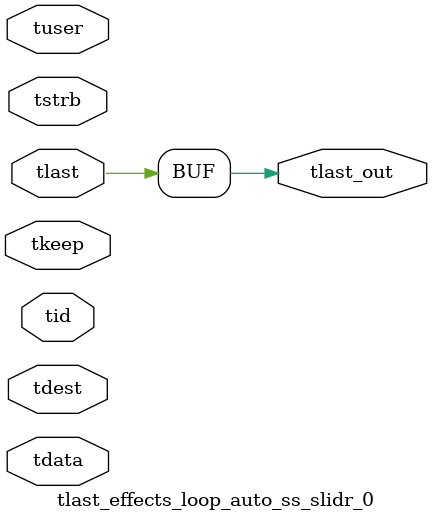
<source format=v>


`timescale 1ps/1ps

module tlast_effects_loop_auto_ss_slidr_0 #
(
parameter C_S_AXIS_TID_WIDTH   = 1,
parameter C_S_AXIS_TUSER_WIDTH = 0,
parameter C_S_AXIS_TDATA_WIDTH = 0,
parameter C_S_AXIS_TDEST_WIDTH = 0
)
(
input  [(C_S_AXIS_TID_WIDTH   == 0 ? 1 : C_S_AXIS_TID_WIDTH)-1:0       ] tid,
input  [(C_S_AXIS_TDATA_WIDTH == 0 ? 1 : C_S_AXIS_TDATA_WIDTH)-1:0     ] tdata,
input  [(C_S_AXIS_TUSER_WIDTH == 0 ? 1 : C_S_AXIS_TUSER_WIDTH)-1:0     ] tuser,
input  [(C_S_AXIS_TDEST_WIDTH == 0 ? 1 : C_S_AXIS_TDEST_WIDTH)-1:0     ] tdest,
input  [(C_S_AXIS_TDATA_WIDTH/8)-1:0 ] tkeep,
input  [(C_S_AXIS_TDATA_WIDTH/8)-1:0 ] tstrb,
input  [0:0]                                                             tlast,
output                                                                   tlast_out
);

assign tlast_out = {tlast};

endmodule


</source>
